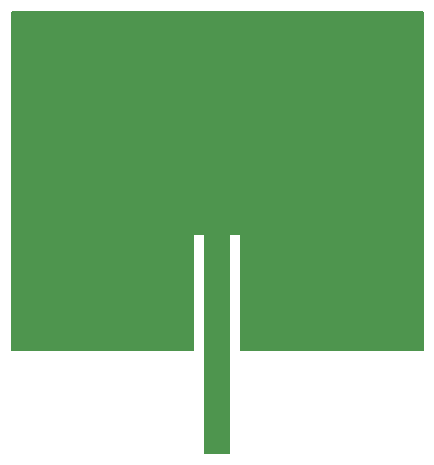
<source format=gbr>
%TF.GenerationSoftware,KiCad,Pcbnew,9.0.0*%
%TF.CreationDate,2025-10-14T16:03:39+02:00*%
%TF.ProjectId,1x1antenna,31783161-6e74-4656-9e6e-612e6b696361,rev?*%
%TF.SameCoordinates,Original*%
%TF.FileFunction,Copper,L1,Top*%
%TF.FilePolarity,Positive*%
%FSLAX46Y46*%
G04 Gerber Fmt 4.6, Leading zero omitted, Abs format (unit mm)*
G04 Created by KiCad (PCBNEW 9.0.0) date 2025-10-14 16:03:39*
%MOMM*%
%LPD*%
G01*
G04 APERTURE LIST*
%TA.AperFunction,NonConductor*%
%ADD10C,0.200000*%
%TD*%
%TA.AperFunction,ViaPad*%
%ADD11C,1.300000*%
%TD*%
G04 APERTURE END LIST*
D10*
X119300000Y-87100000D02*
X103900000Y-87100000D01*
X103900000Y-77300000D01*
X102900000Y-77300000D01*
X102900000Y-95800000D01*
X100900000Y-95800000D01*
X100900000Y-77300000D01*
X99900000Y-77300000D01*
X99900000Y-87100000D01*
X84500000Y-87100000D01*
X84500000Y-58500000D01*
X119300000Y-58500000D01*
X119300000Y-87100000D01*
%TA.AperFunction,NonConductor*%
G36*
X119300000Y-87100000D02*
G01*
X103900000Y-87100000D01*
X103900000Y-77300000D01*
X102900000Y-77300000D01*
X102900000Y-95800000D01*
X100900000Y-95800000D01*
X100900000Y-77300000D01*
X99900000Y-77300000D01*
X99900000Y-87100000D01*
X84500000Y-87100000D01*
X84500000Y-58500000D01*
X119300000Y-58500000D01*
X119300000Y-87100000D01*
G37*
%TD.AperFunction*%
X103900000Y-77300000D02*
X103900000Y-87100000D01*
X103400000Y-77300000D02*
X103900000Y-77300000D01*
X102900000Y-77300000D02*
X103900000Y-77300000D01*
X100900000Y-95800000D02*
X102900000Y-95800000D01*
X100900000Y-77300000D02*
X100900000Y-95800000D01*
X99900000Y-77300000D02*
X100900000Y-77300000D01*
X99900000Y-87100000D02*
X99900000Y-77300000D01*
X84500000Y-87100000D02*
X99900000Y-87100000D01*
X119300000Y-87100000D02*
X103900000Y-87100000D01*
X119300000Y-58500000D02*
X119300000Y-87100000D01*
X84500000Y-58500000D02*
X84500000Y-87100000D01*
X84500000Y-58500000D02*
X119300000Y-58500000D01*
X102900000Y-95800000D02*
X102900000Y-77300000D01*
D11*
%TO.N,*%
X101900000Y-94000000D03*
%TD*%
M02*

</source>
